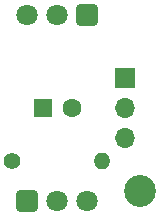
<source format=gbr>
%TF.GenerationSoftware,KiCad,Pcbnew,6.0.2+dfsg-1*%
%TF.CreationDate,2022-10-05T13:54:52+11:00*%
%TF.ProjectId,ir-sensor,69722d73-656e-4736-9f72-2e6b69636164,rev?*%
%TF.SameCoordinates,Original*%
%TF.FileFunction,Soldermask,Top*%
%TF.FilePolarity,Negative*%
%FSLAX46Y46*%
G04 Gerber Fmt 4.6, Leading zero omitted, Abs format (unit mm)*
G04 Created by KiCad (PCBNEW 6.0.2+dfsg-1) date 2022-10-05 13:54:52*
%MOMM*%
%LPD*%
G01*
G04 APERTURE LIST*
G04 Aperture macros list*
%AMRoundRect*
0 Rectangle with rounded corners*
0 $1 Rounding radius*
0 $2 $3 $4 $5 $6 $7 $8 $9 X,Y pos of 4 corners*
0 Add a 4 corners polygon primitive as box body*
4,1,4,$2,$3,$4,$5,$6,$7,$8,$9,$2,$3,0*
0 Add four circle primitives for the rounded corners*
1,1,$1+$1,$2,$3*
1,1,$1+$1,$4,$5*
1,1,$1+$1,$6,$7*
1,1,$1+$1,$8,$9*
0 Add four rect primitives between the rounded corners*
20,1,$1+$1,$2,$3,$4,$5,0*
20,1,$1+$1,$4,$5,$6,$7,0*
20,1,$1+$1,$6,$7,$8,$9,0*
20,1,$1+$1,$8,$9,$2,$3,0*%
G04 Aperture macros list end*
%ADD10RoundRect,0.250200X-0.649800X-0.649800X0.649800X-0.649800X0.649800X0.649800X-0.649800X0.649800X0*%
%ADD11C,1.800000*%
%ADD12C,2.700000*%
%ADD13RoundRect,0.250200X0.649800X0.649800X-0.649800X0.649800X-0.649800X-0.649800X0.649800X-0.649800X0*%
%ADD14C,1.400000*%
%ADD15O,1.400000X1.400000*%
%ADD16R,1.700000X1.700000*%
%ADD17O,1.700000X1.700000*%
%ADD18R,1.600000X1.600000*%
%ADD19C,1.600000*%
G04 APERTURE END LIST*
D10*
%TO.C,IR1*%
X142240000Y-86605000D03*
D11*
X144780000Y-86605000D03*
X147320000Y-86605000D03*
%TD*%
D12*
%TO.C,REF\u002A\u002A*%
X151765000Y-85725000D03*
%TD*%
D13*
%TO.C,IR2*%
X147320000Y-70875000D03*
D11*
X144780000Y-70875000D03*
X142240000Y-70875000D03*
%TD*%
D14*
%TO.C,R1*%
X140970000Y-83185000D03*
D15*
X148590000Y-83185000D03*
%TD*%
D16*
%TO.C,J1*%
X150565000Y-76215000D03*
D17*
X150565000Y-78755000D03*
X150565000Y-81295000D03*
%TD*%
D18*
%TO.C,C1*%
X143574888Y-78740000D03*
D19*
X146074888Y-78740000D03*
%TD*%
M02*

</source>
